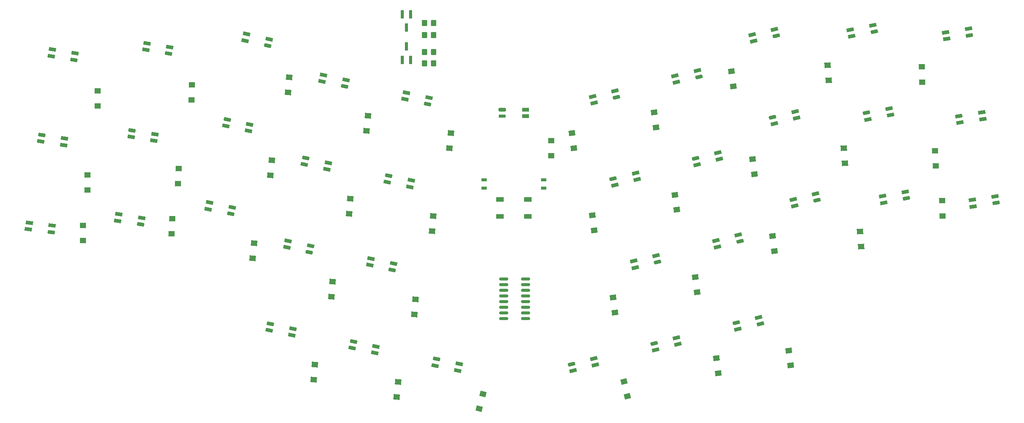
<source format=gbp>
G04 #@! TF.GenerationSoftware,KiCad,Pcbnew,(7.0.0-0)*
G04 #@! TF.CreationDate,2023-03-04T10:35:24+00:00*
G04 #@! TF.ProjectId,LeChiffre,4c654368-6966-4667-9265-2e6b69636164,rev?*
G04 #@! TF.SameCoordinates,Original*
G04 #@! TF.FileFunction,Paste,Bot*
G04 #@! TF.FilePolarity,Positive*
%FSLAX46Y46*%
G04 Gerber Fmt 4.6, Leading zero omitted, Abs format (unit mm)*
G04 Created by KiCad (PCBNEW (7.0.0-0)) date 2023-03-04 10:35:24*
%MOMM*%
%LPD*%
G01*
G04 APERTURE LIST*
G04 Aperture macros list*
%AMRoundRect*
0 Rectangle with rounded corners*
0 $1 Rounding radius*
0 $2 $3 $4 $5 $6 $7 $8 $9 X,Y pos of 4 corners*
0 Add a 4 corners polygon primitive as box body*
4,1,4,$2,$3,$4,$5,$6,$7,$8,$9,$2,$3,0*
0 Add four circle primitives for the rounded corners*
1,1,$1+$1,$2,$3*
1,1,$1+$1,$4,$5*
1,1,$1+$1,$6,$7*
1,1,$1+$1,$8,$9*
0 Add four rect primitives between the rounded corners*
20,1,$1+$1,$2,$3,$4,$5,0*
20,1,$1+$1,$4,$5,$6,$7,0*
20,1,$1+$1,$6,$7,$8,$9,0*
20,1,$1+$1,$8,$9,$2,$3,0*%
%AMRotRect*
0 Rectangle, with rotation*
0 The origin of the aperture is its center*
0 $1 length*
0 $2 width*
0 $3 Rotation angle, in degrees counterclockwise*
0 Add horizontal line*
21,1,$1,$2,0,0,$3*%
G04 Aperture macros list end*
%ADD10R,1.400000X1.200000*%
%ADD11RotRect,1.200000X1.400000X88.000000*%
%ADD12RotRect,1.200000X1.400000X85.000000*%
%ADD13RotRect,1.200000X1.400000X97.000000*%
%ADD14RotRect,1.200000X1.400000X94.000000*%
%ADD15RotRect,1.200000X1.400000X92.000000*%
%ADD16R,1.700000X1.000000*%
%ADD17R,1.300000X0.700000*%
%ADD18RoundRect,0.250000X-0.350000X-0.450000X0.350000X-0.450000X0.350000X0.450000X-0.350000X0.450000X0*%
%ADD19RotRect,1.622000X0.820000X348.000000*%
%ADD20RoundRect,0.205000X-0.635379X-0.074526X0.550136X-0.326515X0.635379X0.074526X-0.550136X0.326515X0*%
%ADD21RotRect,1.622000X0.803000X348.000000*%
%ADD22R,1.622000X0.820000*%
%ADD23RoundRect,0.205000X0.606000X0.205000X-0.606000X0.205000X-0.606000X-0.205000X0.606000X-0.205000X0*%
%ADD24R,1.622000X0.803000*%
%ADD25RotRect,1.622000X0.820000X168.000000*%
%ADD26RoundRect,0.205000X0.635379X0.074526X-0.550136X0.326515X-0.635379X-0.074526X0.550136X-0.326515X0*%
%ADD27RotRect,1.622000X0.803000X168.000000*%
%ADD28RotRect,1.622000X0.820000X14.000000*%
%ADD29RoundRect,0.205000X-0.538405X-0.345515X0.637593X-0.052306X0.538405X0.345515X-0.637593X0.052306X0*%
%ADD30RotRect,1.622000X0.803000X14.000000*%
%ADD31RotRect,1.200000X1.400000X104.000000*%
%ADD32RotRect,1.622000X0.820000X347.500000*%
%ADD33RoundRect,0.205000X-0.636006X-0.068978X0.547265X-0.331303X0.636006X0.068978X-0.547265X0.331303X0*%
%ADD34RotRect,1.622000X0.803000X347.500000*%
%ADD35RotRect,1.622000X0.820000X171.000000*%
%ADD36RoundRect,0.205000X0.630608X0.107677X-0.566470X0.297275X-0.630608X-0.107677X0.566470X-0.297275X0*%
%ADD37RotRect,1.622000X0.803000X171.000000*%
%ADD38RotRect,1.622000X0.820000X350.500000*%
%ADD39RoundRect,0.205000X-0.631524X-0.102170X0.563854X-0.302207X0.631524X0.102170X-0.563854X0.302207X0*%
%ADD40RotRect,1.622000X0.803000X350.500000*%
%ADD41RotRect,1.622000X0.820000X191.000000*%
%ADD42RoundRect,0.205000X0.555750X0.316864X-0.633982X0.085603X-0.555750X-0.316864X0.633982X-0.085603X0*%
%ADD43RotRect,1.622000X0.803000X191.000000*%
%ADD44RotRect,1.622000X0.820000X194.000000*%
%ADD45RoundRect,0.205000X0.538405X0.345515X-0.637593X0.052306X-0.538405X-0.345515X0.637593X-0.052306X0*%
%ADD46RotRect,1.622000X0.803000X194.000000*%
%ADD47RotRect,1.622000X0.820000X189.000000*%
%ADD48RoundRect,0.205000X0.566470X0.297275X-0.630608X0.107677X-0.566470X-0.297275X0.630608X-0.107677X0*%
%ADD49RotRect,1.622000X0.803000X189.000000*%
%ADD50RoundRect,0.150000X-0.825000X-0.150000X0.825000X-0.150000X0.825000X0.150000X-0.825000X0.150000X0*%
%ADD51R,0.800000X1.900000*%
%ADD52RotRect,1.622000X0.820000X11.000000*%
%ADD53RoundRect,0.205000X-0.555750X-0.316864X0.633982X-0.085603X0.555750X0.316864X-0.633982X0.085603X0*%
%ADD54RotRect,1.622000X0.803000X11.000000*%
%ADD55RotRect,1.622000X0.820000X9.000000*%
%ADD56RoundRect,0.205000X-0.566470X-0.297275X0.630608X-0.107677X0.566470X0.297275X-0.630608X0.107677X0*%
%ADD57RotRect,1.622000X0.803000X9.000000*%
%ADD58RoundRect,0.250000X0.350000X0.450000X-0.350000X0.450000X-0.350000X-0.450000X0.350000X-0.450000X0*%
%ADD59RotRect,1.622000X0.820000X351.000000*%
%ADD60RoundRect,0.205000X-0.630608X-0.107677X0.566470X-0.297275X0.630608X0.107677X-0.566470X0.297275X0*%
%ADD61RotRect,1.622000X0.803000X351.000000*%
%ADD62RotRect,1.200000X1.400000X76.000000*%
%ADD63RotRect,1.622000X0.820000X353.000000*%
%ADD64RoundRect,0.205000X-0.626466X-0.129619X0.576500X-0.277325X0.626466X0.129619X-0.576500X0.277325X0*%
%ADD65RotRect,1.622000X0.803000X353.000000*%
G04 APERTURE END LIST*
D10*
X51281151Y-74152153D03*
X51281151Y-70752153D03*
X48959539Y-93060157D03*
X48959539Y-89660157D03*
X47907928Y-104348163D03*
X47907928Y-100948163D03*
D11*
X72301709Y-72811108D03*
X72420367Y-69413180D03*
X69321633Y-91626569D03*
X69440291Y-88228641D03*
X67876715Y-102870998D03*
X67995373Y-99473070D03*
D12*
X94002894Y-71080410D03*
X94299224Y-67693348D03*
X90042177Y-89714121D03*
X90338507Y-86327059D03*
X86081459Y-108347834D03*
X86377789Y-104960772D03*
X111646426Y-79699555D03*
X111942756Y-76312493D03*
X107685708Y-98333266D03*
X107982038Y-94946204D03*
X103724991Y-116966979D03*
X104021321Y-113579917D03*
X99753214Y-135597933D03*
X100049544Y-132210871D03*
X130280138Y-83660273D03*
X130576468Y-80273211D03*
X126319421Y-102293984D03*
X126615751Y-98906922D03*
X122358703Y-120927698D03*
X122655033Y-117540636D03*
X118395695Y-139548681D03*
X118692025Y-136161619D03*
D13*
X158176095Y-83587255D03*
X157761739Y-80212599D03*
X162784707Y-102071389D03*
X162370351Y-98696733D03*
X167393317Y-120555523D03*
X166978961Y-117180867D03*
X190572455Y-134187835D03*
X190158099Y-130813179D03*
X176660228Y-78978643D03*
X176245872Y-75603987D03*
X181268840Y-97462778D03*
X180854484Y-94088122D03*
X185877452Y-115946910D03*
X185463096Y-112572254D03*
X206839758Y-132432264D03*
X206425402Y-129057608D03*
X193992209Y-69748998D03*
X193577853Y-66374342D03*
X198755594Y-89493665D03*
X198341238Y-86119009D03*
X203209432Y-106717265D03*
X202795076Y-103342609D03*
D14*
X215432784Y-68354209D03*
X215195612Y-64962491D03*
X219067695Y-87054206D03*
X218830523Y-83662488D03*
X222702608Y-105754204D03*
X222465436Y-102362486D03*
D15*
X236455700Y-68773332D03*
X236337042Y-65375404D03*
X239435777Y-87588794D03*
X239317119Y-84190866D03*
X241007617Y-98828791D03*
X240888959Y-95430863D03*
D16*
X141577271Y-98947222D03*
X147877271Y-98947222D03*
X141577271Y-95147222D03*
X147877271Y-95147222D03*
D10*
X153109272Y-85297224D03*
X153109272Y-81897224D03*
D17*
X151392399Y-90698308D03*
X151392399Y-92598308D03*
X138057399Y-90698308D03*
X138057399Y-92598308D03*
D18*
X124655717Y-55552254D03*
X126655717Y-55552254D03*
D19*
X101950184Y-67194823D03*
X101638316Y-68662044D03*
D20*
X106703165Y-69738612D03*
D21*
X107013265Y-68279704D03*
D22*
X147316270Y-76473222D03*
X147316270Y-74973222D03*
D23*
X142138271Y-74973223D03*
D24*
X142138270Y-76464722D03*
D19*
X94028749Y-104462249D03*
X93716881Y-105929470D03*
D20*
X98781730Y-107006038D03*
D21*
X99091830Y-105547130D03*
D25*
X94821096Y-125639360D03*
X95132964Y-124172139D03*
D26*
X90068117Y-123095573D03*
D27*
X89758015Y-124554479D03*
D28*
X198221944Y-58166161D03*
X198584827Y-59621605D03*
D29*
X203609019Y-58368934D03*
D30*
X203248192Y-56921737D03*
D25*
X121376160Y-92333042D03*
X121688028Y-90865821D03*
D26*
X116623181Y-89789255D03*
D27*
X116313079Y-91248161D03*
D31*
X170225790Y-139354761D03*
X169403256Y-136055755D03*
D32*
X84679141Y-58008272D03*
X84354482Y-59472716D03*
D33*
X89409744Y-60593441D03*
D34*
X89732562Y-59137295D03*
D25*
X113452434Y-129587739D03*
X113764302Y-128120518D03*
D26*
X108699455Y-127043952D03*
D27*
X108389353Y-128502858D03*
D35*
X43587798Y-82933774D03*
X43822450Y-81452242D03*
D36*
X38708201Y-80642225D03*
D37*
X38474878Y-82115361D03*
D18*
X124655717Y-62029253D03*
X126655717Y-62029253D03*
D19*
X76385217Y-95843104D03*
X76073349Y-97310325D03*
D20*
X81138198Y-98386893D03*
D21*
X81448298Y-96927985D03*
D25*
X102742447Y-88372324D03*
X103054315Y-86905103D03*
D26*
X97989468Y-85828537D03*
D27*
X97679366Y-87287443D03*
D25*
X85098916Y-79753178D03*
X85410784Y-78285957D03*
D26*
X80345937Y-77209391D03*
D27*
X80035835Y-78668297D03*
D38*
X62317965Y-60068513D03*
X62070394Y-61547941D03*
D39*
X67177382Y-62402558D03*
D40*
X67423549Y-60931512D03*
D41*
X229266911Y-76193042D03*
X228980697Y-74720601D03*
D42*
X223897832Y-75708611D03*
D43*
X224182423Y-77172707D03*
D28*
X162405830Y-72004420D03*
X162768713Y-73459864D03*
D29*
X167792905Y-72207193D03*
D30*
X167432078Y-70759996D03*
D44*
X163048637Y-132311866D03*
X162685754Y-130856422D03*
D45*
X157661564Y-132109095D03*
D46*
X158022389Y-133556290D03*
D47*
X250007831Y-77090195D03*
X249773179Y-75608663D03*
D48*
X244658930Y-76418682D03*
D49*
X244892251Y-77891818D03*
D28*
X190107188Y-104364075D03*
X190470071Y-105819519D03*
D29*
X195494263Y-104566848D03*
D30*
X195133436Y-103119651D03*
D28*
X171623053Y-108972688D03*
X171985936Y-110428132D03*
D29*
X177010128Y-109175461D03*
D30*
X176649301Y-107728264D03*
D50*
X142437274Y-121892224D03*
X142437274Y-120622224D03*
X142437274Y-119352224D03*
X142437274Y-118082224D03*
X142437274Y-116812224D03*
X142437274Y-115542224D03*
X142437274Y-114272224D03*
X142437274Y-113002224D03*
X147387274Y-113002224D03*
X147387274Y-114272224D03*
X147387274Y-115542224D03*
X147387274Y-116812224D03*
X147387274Y-118082224D03*
X147387274Y-119352224D03*
X147387274Y-120622224D03*
X147387274Y-121892224D03*
D44*
X190885650Y-86082711D03*
X190522767Y-84627267D03*
D45*
X185498577Y-85879940D03*
D46*
X185859402Y-87327135D03*
D51*
X121525716Y-63783253D03*
X119625716Y-63783253D03*
X120575716Y-60783253D03*
D44*
X200069631Y-123064262D03*
X199706748Y-121608818D03*
D45*
X194682558Y-122861491D03*
D46*
X195043383Y-124308686D03*
D52*
X227532742Y-94408608D03*
X227818956Y-95881049D03*
D53*
X232901823Y-94893041D03*
D54*
X232617230Y-93428943D03*
D28*
X207439166Y-95134430D03*
X207802049Y-96589874D03*
D29*
X212826241Y-95337203D03*
D30*
X212465414Y-93890006D03*
D19*
X120583896Y-71155541D03*
X120272028Y-72622762D03*
D20*
X125336877Y-73699330D03*
D21*
X125646977Y-72240422D03*
D44*
X181590807Y-127650450D03*
X181227924Y-126195006D03*
D45*
X176203734Y-127447679D03*
D46*
X176564559Y-128894874D03*
D19*
X112662462Y-108422966D03*
X112350594Y-109890187D03*
D20*
X117415443Y-110966755D03*
D21*
X117725543Y-109507847D03*
D55*
X247639004Y-95234145D03*
X247873656Y-96715677D03*
D56*
X252987907Y-95905660D03*
D57*
X252754584Y-94432522D03*
D58*
X126655717Y-64569254D03*
X124655717Y-64569254D03*
D59*
X56004154Y-98461901D03*
X55769502Y-99943433D03*
D60*
X60883753Y-100753452D03*
D61*
X61117074Y-99280314D03*
D52*
X220262919Y-57008613D03*
X220549133Y-58481054D03*
D53*
X225632000Y-57493046D03*
D54*
X225347407Y-56028948D03*
D62*
X136928449Y-142164756D03*
X137750983Y-138865750D03*
D28*
X180889963Y-67395808D03*
X181252846Y-68851252D03*
D29*
X186277038Y-67598581D03*
D30*
X185916211Y-66151384D03*
D63*
X35888726Y-100356098D03*
X35705922Y-101844917D03*
D64*
X40845327Y-102475957D03*
D65*
X41027094Y-100995574D03*
D55*
X241678851Y-57603218D03*
X241913503Y-59084750D03*
D56*
X247027754Y-58274733D03*
D57*
X246794431Y-56801595D03*
D35*
X63863830Y-81937991D03*
X64098482Y-80456459D03*
D36*
X58984233Y-79646442D03*
D37*
X58750910Y-81119578D03*
D58*
X126655717Y-58219254D03*
X124655717Y-58219254D03*
D38*
X41086944Y-61458956D03*
X40839373Y-62938384D03*
D39*
X45946361Y-63793001D03*
D40*
X46192528Y-62321955D03*
D44*
X172401515Y-90691325D03*
X172038632Y-89235881D03*
D45*
X167014442Y-90488554D03*
D46*
X167375267Y-91935749D03*
D51*
X119625716Y-53544253D03*
X121525716Y-53544253D03*
X120575716Y-56544253D03*
D25*
X132125577Y-133541569D03*
X132437445Y-132074348D03*
D26*
X127372598Y-130997782D03*
D27*
X127062496Y-132456688D03*
D44*
X208217628Y-76853067D03*
X207854745Y-75397623D03*
D45*
X202830555Y-76650296D03*
D46*
X203191380Y-78097491D03*
M02*

</source>
